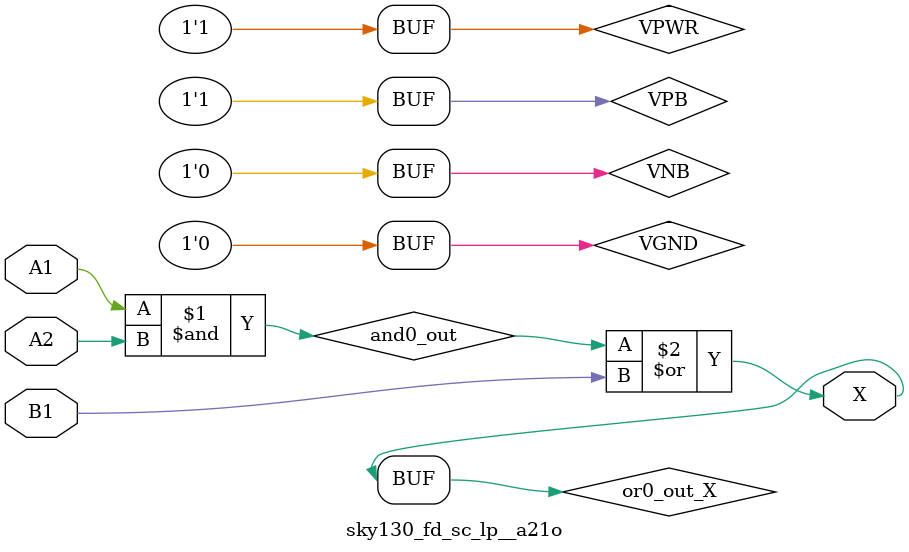
<source format=v>
/*
 * Copyright 2020 The SkyWater PDK Authors
 *
 * Licensed under the Apache License, Version 2.0 (the "License");
 * you may not use this file except in compliance with the License.
 * You may obtain a copy of the License at
 *
 *     https://www.apache.org/licenses/LICENSE-2.0
 *
 * Unless required by applicable law or agreed to in writing, software
 * distributed under the License is distributed on an "AS IS" BASIS,
 * WITHOUT WARRANTIES OR CONDITIONS OF ANY KIND, either express or implied.
 * See the License for the specific language governing permissions and
 * limitations under the License.
 *
 * SPDX-License-Identifier: Apache-2.0
*/


`ifndef SKY130_FD_SC_LP__A21O_TIMING_V
`define SKY130_FD_SC_LP__A21O_TIMING_V

/**
 * a21o: 2-input AND into first input of 2-input OR.
 *
 *       X = ((A1 & A2) | B1)
 *
 * Verilog simulation timing model.
 */

`timescale 1ns / 1ps
`default_nettype none

`celldefine
module sky130_fd_sc_lp__a21o (
    X ,
    A1,
    A2,
    B1
);

    // Module ports
    output X ;
    input  A1;
    input  A2;
    input  B1;

    // Module supplies
    supply1 VPWR;
    supply0 VGND;
    supply1 VPB ;
    supply0 VNB ;

    // Local signals
    wire and0_out ;
    wire or0_out_X;

    //  Name  Output     Other arguments
    and and0 (and0_out , A1, A2         );
    or  or0  (or0_out_X, and0_out, B1   );
    buf buf0 (X        , or0_out_X      );

endmodule
`endcelldefine

`default_nettype wire
`endif  // SKY130_FD_SC_LP__A21O_TIMING_V

</source>
